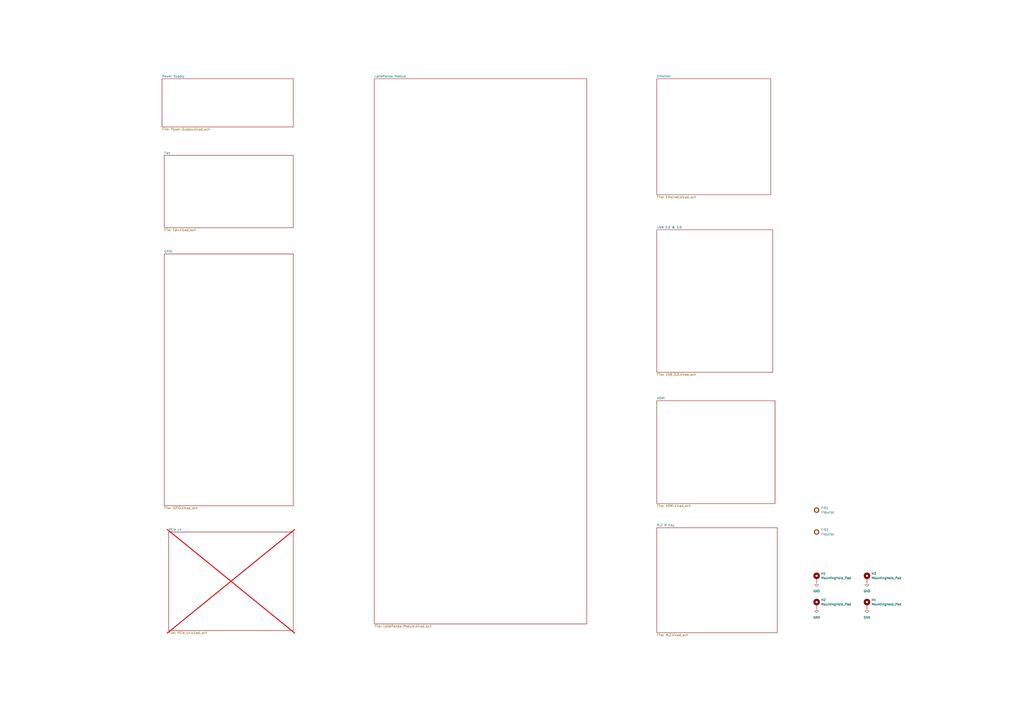
<source format=kicad_sch>
(kicad_sch (version 20250114) (generator "eeschema") (generator_version "9.0")
  (paper "A2")
  (title_block (title "LattePanda exercise") (date "2025-12-18") (rev "1.0"))
  (lib_symbols
    (symbol "Mechanical:Fiducial" (in_bom no)
      (property "Reference" "FID" (at 0 5.08 0))
      (property "Value" "Fiducial" (at 0 3.175 0))
      (symbol "Fiducial_0_1"
        (circle (center 0 0) (radius 1.27) (stroke (width 0.508)) (fill (type background)))
      )
    )
    (symbol "Mechanical:MountingHole_Pad" (pin_numbers (hide yes)) (pin_names (offset 1.016) (hide yes)) (in_bom no)
      (property "Reference" "H" (at 0 6.35 0))
      (property "Value" "MountingHole_Pad" (at 0 4.445 0))
      (symbol "MountingHole_Pad_0_1"
        (circle (center 0 1.27) (radius 1.27) (stroke (width 1.27)))
      )
      (symbol "MountingHole_Pad_1_1"
        (pin input line (at 0 -2.54 90) (length 2.54) (name "1") (number "1"))
      )
    )
    (symbol "power:GND" (power) (pin_numbers (hide yes)) (pin_names (offset 0) (hide yes))
      (property "Value" "GND" (at 0 -3.81 0))
      (symbol "GND_0_1"
        (polyline (pts (xy 0 0) (xy 0 -1.27) (xy 1.27 -1.27) (xy 0 -2.54) (xy -1.27 -1.27) (xy 0 -1.27)))
      )
      (symbol "GND_1_1"
        (pin power_in line (at 0 0 270) (length 0) (name "~") (number "1"))
      )
    )
  )
  (symbol (lib_id "Mechanical:MountingHole_Pad") (at 502.92 350.52 0) (unit 1) (in_bom no)
    (property "Reference" "H4" (at 505.46 347.9799 0) (effects (justify left)))
    (property "Value" "MountingHole_Pad" (at 505.46 350.5199 0) (effects (justify left)))
    (property "Description" "Mounting Hole with connection" (effects (hide yes)))
  )
  (symbol (lib_id "Mechanical:MountingHole_Pad") (at 473.71 350.52 0) (unit 1) (in_bom no)
    (property "Reference" "H2" (at 476.25 347.9799 0) (effects (justify left)))
    (property "Value" "MountingHole_Pad" (at 476.25 350.5199 0) (effects (justify left)))
    (property "Description" "Mounting Hole with connection" (effects (hide yes)))
  )
  (symbol (lib_id "Mechanical:MountingHole_Pad") (at 502.92 335.28 0) (unit 1) (in_bom no)
    (property "Reference" "H3" (at 505.46 332.7399 0) (effects (justify left)))
    (property "Value" "MountingHole_Pad" (at 505.46 335.2799 0) (effects (justify left)))
    (property "Description" "Mounting Hole with connection" (effects (hide yes)))
  )
  (symbol (lib_id "power:GND") (at 473.71 337.82 0) (unit 1)
    (property "Reference" "#PWR01" (effects (hide yes)))
    (property "Value" "GND" (at 473.71 342.9 0))
    (property "Description" "Power symbol creates a global label with name \"GND\" , ground" (effects (hide yes)))
  )
  (symbol (lib_id "power:GND") (at 473.71 353.06 0) (unit 1)
    (property "Reference" "#PWR02" (effects (hide yes)))
    (property "Value" "GND" (at 473.71 358.14 0))
    (property "Description" "Power symbol creates a global label with name \"GND\" , ground" (effects (hide yes)))
  )
  (symbol (lib_id "power:GND") (at 502.92 337.82 0) (unit 1)
    (property "Reference" "#PWR04" (effects (hide yes)))
    (property "Value" "GND" (at 502.92 342.9 0))
    (property "Description" "Power symbol creates a global label with name \"GND\" , ground" (effects (hide yes)))
  )
  (symbol (lib_id "Mechanical:Fiducial") (at 473.71 295.91 0) (unit 1) (in_bom no)
    (property "Reference" "FID1" (at 476.25 294.6399 0) (effects (justify left)))
    (property "Value" "Fiducial" (at 476.25 297.1799 0) (effects (justify left)))
    (property "Description" "Fiducial Marker" (effects (hide yes)))
  )
  (symbol (lib_id "power:GND") (at 502.92 353.06 0) (unit 1)
    (property "Reference" "#PWR03" (effects (hide yes)))
    (property "Value" "GND" (at 502.92 358.14 0))
    (property "Description" "Power symbol creates a global label with name \"GND\" , ground" (effects (hide yes)))
  )
  (symbol (lib_id "Mechanical:MountingHole_Pad") (at 473.71 335.28 0) (unit 1) (in_bom no)
    (property "Reference" "H1" (at 476.25 332.7399 0) (effects (justify left)))
    (property "Value" "MountingHole_Pad" (at 476.25 335.2799 0) (effects (justify left)))
    (property "Description" "Mounting Hole with connection" (effects (hide yes)))
  )
  (symbol (lib_id "Mechanical:Fiducial") (at 473.71 308.61 0) (unit 1) (in_bom no)
    (property "Reference" "FID2" (at 476.25 307.3399 0) (effects (justify left)))
    (property "Value" "Fiducial" (at 476.25 309.8799 0) (effects (justify left)))
    (property "Description" "Fiducial Marker" (effects (hide yes)))
  )
  (sheet (at 95.25 90.17) (size 74.93 41.91) (stroke (width 0.1524))
    (property "Sheetname" "Fan" (at 95.25 89.4584 0) (effects (justify left bottom)))
    (property "Sheetfile" "Fan.kicad_sch" (at 95.25 132.6646 0) (effects (justify left top)))
  )
  (sheet (at 381 133.35) (size 67.31 82.55) (stroke (width 0.1524))
    (property "Sheetname" "USB 2.0 & 3.0" (at 381 132.6384 0) (effects (justify left bottom)))
    (property "Sheetfile" "USB_3.0.kicad_sch" (at 381 216.4846 0) (effects (justify left top)))
  )
  (sheet (at 381 45.72) (size 66.04 67.31) (stroke (width 0.1524))
    (property "Sheetname" "Ethernet" (at 381 45.0084 0) (effects (justify left bottom)))
    (property "Sheetfile" "Ethernet.kicad_sch" (at 381 113.6146 0) (effects (justify left top)))
  )
  (sheet (at 97.79 308.61) (size 72.39 57.15) (dnp yes) (stroke (width 0.1524))
    (property "Sheetname" "PCIe x4" (at 97.79 307.8984 0) (effects (justify left bottom)))
    (property "Sheetfile" "PCIe_x4.kicad_sch" (at 97.79 366.3446 0) (effects (justify left top)))
  )
  (sheet (at 381 306.07) (size 69.85 60.96) (stroke (width 0.1524))
    (property "Sheetname" "M.2 M Key" (at 381 305.3584 0) (effects (justify left bottom)))
    (property "Sheetfile" "M.2.kicad_sch" (at 381 367.6146 0) (effects (justify left top)))
  )
  (sheet (at 93.98 45.72) (size 76.2 27.94) (stroke (width 0.1524))
    (property "Sheetname" "Power Supply" (at 93.98 45.0084 0) (effects (justify left bottom)))
    (property "Sheetfile" "Power_Supply.kicad_sch" (at 93.98 74.2446 0) (effects (justify left top)))
  )
  (sheet (at 381 232.41) (size 68.58 59.69) (stroke (width 0.1524))
    (property "Sheetname" "HDMI" (at 381 231.6984 0) (effects (justify left bottom)))
    (property "Sheetfile" "HDMI.kicad_sch" (at 381 292.6846 0) (effects (justify left top)))
  )
  (sheet (at 217.17 45.72) (size 123.19 316.23) (stroke (width 0.1524))
    (property "Sheetname" "LattePanda Module" (at 217.17 45.0084 0) (effects (justify left bottom)))
    (property "Sheetfile" "LattePanda_Module.kicad_sch" (at 217.17 362.5346 0) (effects (justify left top)))
  )
  (sheet (at 95.25 147.32) (size 74.93 146.05) (stroke (width 0.1524))
    (property "Sheetname" "GPIO" (at 95.25 146.6084 0) (effects (justify left bottom)))
    (property "Sheetfile" "GPIO.kicad_sch" (at 95.25 293.9546 0) (effects (justify left top)))
  )
)
</source>
